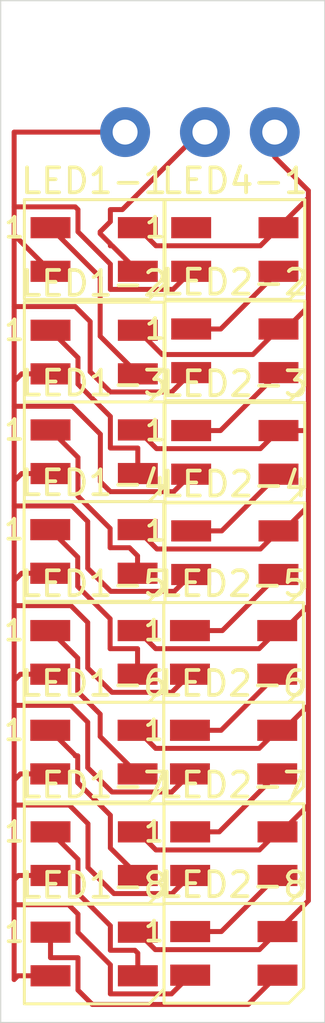
<source format=kicad_pcb>
(kicad_pcb (version 20241229) (generator "pcbnew") (generator_version "9.0")
  (title_block (title "HUI Mixer") (company "The-Wolf"))
  (layers (0 "F.Cu" signal) (2 "B.Cu" signal) (13 "F.Paste" user) (15 "B.Paste" user) (5 "F.SilkS" user "F.Silkscreen") (7 "B.SilkS" user "B.Silkscreen") (1 "F.Mask" user) (3 "B.Mask" user) (25 "Edge.Cuts" user))
  (net 0 "")
  (net 1 "+5V")
  (net 2 "GND")
  (net 4 "Net-(LED1-1-DIN)")
  (net 5 "Net-(LED1-1-DOUT)")
  (net 6 "Net-(LED1-2-DOUT)")
  (net 7 "Net-(LED1-3-DOUT)")
  (net 8 "Net-(LED1-4-DOUT)")
  (net 9 "Net-(LED1-5-DOUT)")
  (net 10 "Net-(LED1-6-DOUT)")
  (net 11 "Net-(LED1-7-DOUT)")
  (net 12 "Net-(LED1-8-DOUT)")
  (net 13 "Net-(LED2-2-DIN)")
  (net 14 "Net-(LED2-2-DOUT)")
  (net 15 "Net-(LED2-3-DIN)")
  (net 16 "Net-(LED2-4-DIN)")
  (net 17 "Net-(LED2-5-DIN)")
  (net 18 "Net-(LED2-6-DIN)")
  (net 19 "Net-(LED2-7-DIN)")
  (footprint "LED_SMD:LED_SK6812MINI_PLCC4_3.5x3.5mm_P1.75mm" (layer "F.Cu") (at 204.514 131.564)
    (property "Reference" "LED1-5" (at 0 -2.75 0) (layer "F.SilkS"))
    (property "Value" "SK6812MINI" (hide yes))
    (fp_line (start -2.8 -2) (end -2.8 2) (stroke (width 0.12)) (layer "F.SilkS"))
    (fp_line (start -2.8 -2) (end 2.8 -2) (stroke (width 0.12)) (layer "F.SilkS"))
    (fp_line (start -2.8 2) (end 2.2 2) (stroke (width 0.12)) (layer "F.SilkS"))
    (fp_line (start 2.8 1.4) (end 2.2 2) (stroke (width 0.12)) (layer "F.SilkS"))
    (fp_line (start 2.8 1.4) (end 2.8 -2) (stroke (width 0.12)) (layer "F.SilkS"))
    (fp_text user "1" (at -3.2 -0.875 0) (layer "F.SilkS") (effects (font (size 0.8 0.8))))
    (pad "1" smd rect (at -1.75 -0.875) (size 1.6 0.85) (layers "F.Cu" "F.Mask" "F.Paste") (net 9 "Net-(LED1-5-DOUT)"))
    (pad "2" smd rect (at -1.75 0.875) (size 1.6 0.85) (layers "F.Cu" "F.Mask" "F.Paste") (net 2 "GND"))
    (pad "3" smd rect (at 1.75 0.875) (size 1.6 0.85) (layers "F.Cu" "F.Mask" "F.Paste") (net 8 "Net-(LED1-4-DOUT)"))
    (pad "4" smd rect (at 1.75 -0.875) (size 1.6 0.85) (layers "F.Cu" "F.Mask" "F.Paste") (net 1 "+5V"))
  )
  (footprint "LED_SMD:LED_SK6812MINI_PLCC4_3.5x3.5mm_P1.75mm" (layer "F.Cu") (at 210.124 139.639)
    (property "Reference" "LED2-7" (at 0 -2.75 0) (layer "F.SilkS"))
    (property "Value" "SK6812MINI" (hide yes))
    (fp_line (start -2.8 -2) (end -2.8 2) (stroke (width 0.12)) (layer "F.SilkS"))
    (fp_line (start -2.8 -2) (end 2.8 -2) (stroke (width 0.12)) (layer "F.SilkS"))
    (fp_line (start -2.8 2) (end 2.2 2) (stroke (width 0.12)) (layer "F.SilkS"))
    (fp_line (start 2.8 1.4) (end 2.2 2) (stroke (width 0.12)) (layer "F.SilkS"))
    (fp_line (start 2.8 1.4) (end 2.8 -2) (stroke (width 0.12)) (layer "F.SilkS"))
    (fp_text user "1" (at -3.2 -0.875 0) (layer "F.SilkS") (effects (font (size 0.8 0.8))))
    (pad "1" smd rect (at -1.75 -0.875) (size 1.6 0.85) (layers "F.Cu" "F.Mask" "F.Paste") (net 18 "Net-(LED2-6-DIN)"))
    (pad "2" smd rect (at -1.75 0.875) (size 1.6 0.85) (layers "F.Cu" "F.Mask" "F.Paste") (net 2 "GND"))
    (pad "3" smd rect (at 1.75 0.875) (size 1.6 0.85) (layers "F.Cu" "F.Mask" "F.Paste") (net 19 "Net-(LED2-7-DIN)"))
    (pad "4" smd rect (at 1.75 -0.875) (size 1.6 0.85) (layers "F.Cu" "F.Mask" "F.Paste") (net 1 "+5V"))
  )
  (footprint "LED_SMD:LED_SK6812MINI_PLCC4_3.5x3.5mm_P1.75mm" (layer "F.Cu") (at 204.524 123.514)
    (property "Reference" "LED1-3" (at 0 -2.75 0) (layer "F.SilkS"))
    (property "Value" "SK6812MINI" (hide yes))
    (fp_line (start -2.8 -2) (end -2.8 2) (stroke (width 0.12)) (layer "F.SilkS"))
    (fp_line (start -2.8 -2) (end 2.8 -2) (stroke (width 0.12)) (layer "F.SilkS"))
    (fp_line (start -2.8 2) (end 2.2 2) (stroke (width 0.12)) (layer "F.SilkS"))
    (fp_line (start 2.8 1.4) (end 2.2 2) (stroke (width 0.12)) (layer "F.SilkS"))
    (fp_line (start 2.8 1.4) (end 2.8 -2) (stroke (width 0.12)) (layer "F.SilkS"))
    (fp_text user "1" (at -3.2 -0.875 0) (layer "F.SilkS") (effects (font (size 0.8 0.8))))
    (pad "1" smd rect (at -1.75 -0.875) (size 1.6 0.85) (layers "F.Cu" "F.Mask" "F.Paste") (net 7 "Net-(LED1-3-DOUT)"))
    (pad "2" smd rect (at -1.75 0.875) (size 1.6 0.85) (layers "F.Cu" "F.Mask" "F.Paste") (net 2 "GND"))
    (pad "3" smd rect (at 1.75 0.875) (size 1.6 0.85) (layers "F.Cu" "F.Mask" "F.Paste") (net 6 "Net-(LED1-2-DOUT)"))
    (pad "4" smd rect (at 1.75 -0.875) (size 1.6 0.85) (layers "F.Cu" "F.Mask" "F.Paste") (net 1 "+5V"))
  )
  (footprint "LED_SMD:LED_SK6812MINI_PLCC4_3.5x3.5mm_P1.75mm" (layer "F.Cu") (at 204.524 143.664)
    (property "Reference" "LED1-8" (at 0 -2.75 0) (layer "F.SilkS"))
    (property "Value" "SK6812MINI" (hide yes))
    (fp_line (start -2.8 -2) (end -2.8 2) (stroke (width 0.12)) (layer "F.SilkS"))
    (fp_line (start -2.8 -2) (end 2.8 -2) (stroke (width 0.12)) (layer "F.SilkS"))
    (fp_line (start -2.8 2) (end 2.2 2) (stroke (width 0.12)) (layer "F.SilkS"))
    (fp_line (start 2.8 1.4) (end 2.2 2) (stroke (width 0.12)) (layer "F.SilkS"))
    (fp_line (start 2.8 1.4) (end 2.8 -2) (stroke (width 0.12)) (layer "F.SilkS"))
    (fp_text user "1" (at -3.2 -0.875 0) (layer "F.SilkS") (effects (font (size 0.8 0.8))))
    (pad "1" smd rect (at -1.75 -0.875) (size 1.6 0.85) (layers "F.Cu" "F.Mask" "F.Paste") (net 12 "Net-(LED1-8-DOUT)"))
    (pad "2" smd rect (at -1.75 0.875) (size 1.6 0.85) (layers "F.Cu" "F.Mask" "F.Paste") (net 2 "GND"))
    (pad "3" smd rect (at 1.75 0.875) (size 1.6 0.85) (layers "F.Cu" "F.Mask" "F.Paste") (net 11 "Net-(LED1-7-DOUT)"))
    (pad "4" smd rect (at 1.75 -0.875) (size 1.6 0.85) (layers "F.Cu" "F.Mask" "F.Paste") (net 1 "+5V"))
  )
  (footprint "LED_SMD:LED_SK6812MINI_PLCC4_3.5x3.5mm_P1.75mm" (layer "F.Cu") (at 210.164 127.564)
    (property "Reference" "LED2-4" (at 0 -2.75 0) (layer "F.SilkS"))
    (property "Value" "SK6812MINI" (hide yes))
    (fp_line (start -2.8 -2) (end -2.8 2) (stroke (width 0.12)) (layer "F.SilkS"))
    (fp_line (start -2.8 -2) (end 2.8 -2) (stroke (width 0.12)) (layer "F.SilkS"))
    (fp_line (start -2.8 2) (end 2.2 2) (stroke (width 0.12)) (layer "F.SilkS"))
    (fp_line (start 2.8 1.4) (end 2.2 2) (stroke (width 0.12)) (layer "F.SilkS"))
    (fp_line (start 2.8 1.4) (end 2.8 -2) (stroke (width 0.12)) (layer "F.SilkS"))
    (fp_text user "1" (at -3.2 -0.875 0) (layer "F.SilkS") (effects (font (size 0.8 0.8))))
    (pad "1" smd rect (at -1.75 -0.875) (size 1.6 0.85) (layers "F.Cu" "F.Mask" "F.Paste") (net 15 "Net-(LED2-3-DIN)"))
    (pad "2" smd rect (at -1.75 0.875) (size 1.6 0.85) (layers "F.Cu" "F.Mask" "F.Paste") (net 2 "GND"))
    (pad "3" smd rect (at 1.75 0.875) (size 1.6 0.85) (layers "F.Cu" "F.Mask" "F.Paste") (net 16 "Net-(LED2-4-DIN)"))
    (pad "4" smd rect (at 1.75 -0.875) (size 1.6 0.85) (layers "F.Cu" "F.Mask" "F.Paste") (net 1 "+5V"))
  )
  (footprint "LED_SMD:LED_SK6812MINI_PLCC4_3.5x3.5mm_P1.75mm" (layer "F.Cu") (at 204.524 139.639)
    (property "Reference" "LED1-7" (at 0 -2.75 0) (layer "F.SilkS"))
    (property "Value" "SK6812MINI" (hide yes))
    (fp_line (start -2.8 -2) (end -2.8 2) (stroke (width 0.12)) (layer "F.SilkS"))
    (fp_line (start -2.8 -2) (end 2.8 -2) (stroke (width 0.12)) (layer "F.SilkS"))
    (fp_line (start -2.8 2) (end 2.2 2) (stroke (width 0.12)) (layer "F.SilkS"))
    (fp_line (start 2.8 1.4) (end 2.2 2) (stroke (width 0.12)) (layer "F.SilkS"))
    (fp_line (start 2.8 1.4) (end 2.8 -2) (stroke (width 0.12)) (layer "F.SilkS"))
    (fp_text user "1" (at -3.2 -0.875 0) (layer "F.SilkS") (effects (font (size 0.8 0.8))))
    (pad "1" smd rect (at -1.75 -0.875) (size 1.6 0.85) (layers "F.Cu" "F.Mask" "F.Paste") (net 11 "Net-(LED1-7-DOUT)"))
    (pad "2" smd rect (at -1.75 0.875) (size 1.6 0.85) (layers "F.Cu" "F.Mask" "F.Paste") (net 2 "GND"))
    (pad "3" smd rect (at 1.75 0.875) (size 1.6 0.85) (layers "F.Cu" "F.Mask" "F.Paste") (net 10 "Net-(LED1-6-DOUT)"))
    (pad "4" smd rect (at 1.75 -0.875) (size 1.6 0.85) (layers "F.Cu" "F.Mask" "F.Paste") (net 1 "+5V"))
  )
  (footprint "LED_SMD:LED_SK6812MINI_PLCC4_3.5x3.5mm_P1.75mm" (layer "F.Cu") (at 204.524 115.399)
    (property "Reference" "LED1-1" (at 0 -2.75 0) (layer "F.SilkS"))
    (property "Value" "SK6812MINI" (hide yes))
    (fp_line (start -2.8 -2) (end -2.8 2) (stroke (width 0.12)) (layer "F.SilkS"))
    (fp_line (start -2.8 -2) (end 2.8 -2) (stroke (width 0.12)) (layer "F.SilkS"))
    (fp_line (start -2.8 2) (end 2.2 2) (stroke (width 0.12)) (layer "F.SilkS"))
    (fp_line (start 2.8 1.4) (end 2.2 2) (stroke (width 0.12)) (layer "F.SilkS"))
    (fp_line (start 2.8 1.4) (end 2.8 -2) (stroke (width 0.12)) (layer "F.SilkS"))
    (fp_text user "1" (at -3.2 -0.875 0) (layer "F.SilkS") (effects (font (size 0.8 0.8))))
    (pad "1" smd rect (at -1.75 -0.875) (size 1.6 0.85) (layers "F.Cu" "F.Mask" "F.Paste") (net 5 "Net-(LED1-1-DOUT)"))
    (pad "2" smd rect (at -1.75 0.875) (size 1.6 0.85) (layers "F.Cu" "F.Mask" "F.Paste") (net 2 "GND"))
    (pad "3" smd rect (at 1.75 0.875) (size 1.6 0.85) (layers "F.Cu" "F.Mask" "F.Paste") (net 4 "Net-(LED1-1-DIN)"))
    (pad "4" smd rect (at 1.75 -0.875) (size 1.6 0.85) (layers "F.Cu" "F.Mask" "F.Paste") (net 1 "+5V"))
  )
  (footprint "LED_SMD:LED_SK6812MINI_PLCC4_3.5x3.5mm_P1.75mm" (layer "F.Cu") (at 210.164 123.539)
    (property "Reference" "LED2-3" (at 0 -2.75 0) (layer "F.SilkS"))
    (property "Value" "SK6812MINI" (hide yes))
    (fp_line (start -2.8 -2) (end -2.8 2) (stroke (width 0.12)) (layer "F.SilkS"))
    (fp_line (start -2.8 -2) (end 2.8 -2) (stroke (width 0.12)) (layer "F.SilkS"))
    (fp_line (start -2.8 2) (end 2.2 2) (stroke (width 0.12)) (layer "F.SilkS"))
    (fp_line (start 2.8 1.4) (end 2.2 2) (stroke (width 0.12)) (layer "F.SilkS"))
    (fp_line (start 2.8 1.4) (end 2.8 -2) (stroke (width 0.12)) (layer "F.SilkS"))
    (fp_text user "1" (at -3.2 -0.875 0) (layer "F.SilkS") (effects (font (size 0.8 0.8))))
    (pad "1" smd rect (at -1.75 -0.875) (size 1.6 0.85) (layers "F.Cu" "F.Mask" "F.Paste") (net 13 "Net-(LED2-2-DIN)"))
    (pad "2" smd rect (at -1.75 0.875) (size 1.6 0.85) (layers "F.Cu" "F.Mask" "F.Paste") (net 2 "GND"))
    (pad "3" smd rect (at 1.75 0.875) (size 1.6 0.85) (layers "F.Cu" "F.Mask" "F.Paste") (net 15 "Net-(LED2-3-DIN)"))
    (pad "4" smd rect (at 1.75 -0.875) (size 1.6 0.85) (layers "F.Cu" "F.Mask" "F.Paste") (net 1 "+5V"))
  )
  (footprint "LED_SMD:LED_SK6812MINI_PLCC4_3.5x3.5mm_P1.75mm" (layer "F.Cu") (at 210.124 143.639)
    (property "Reference" "LED2-8" (at 0 -2.75 0) (layer "F.SilkS"))
    (property "Value" "SK6812MINI" (hide yes))
    (fp_line (start -2.8 -2) (end -2.8 2) (stroke (width 0.12)) (layer "F.SilkS"))
    (fp_line (start -2.8 -2) (end 2.8 -2) (stroke (width 0.12)) (layer "F.SilkS"))
    (fp_line (start -2.8 2) (end 2.2 2) (stroke (width 0.12)) (layer "F.SilkS"))
    (fp_line (start 2.8 1.4) (end 2.2 2) (stroke (width 0.12)) (layer "F.SilkS"))
    (fp_line (start 2.8 1.4) (end 2.8 -2) (stroke (width 0.12)) (layer "F.SilkS"))
    (fp_text user "1" (at -3.2 -0.875 0) (layer "F.SilkS") (effects (font (size 0.8 0.8))))
    (pad "1" smd rect (at -1.75 -0.875) (size 1.6 0.85) (layers "F.Cu" "F.Mask" "F.Paste") (net 19 "Net-(LED2-7-DIN)"))
    (pad "2" smd rect (at -1.75 0.875) (size 1.6 0.85) (layers "F.Cu" "F.Mask" "F.Paste") (net 2 "GND"))
    (pad "3" smd rect (at 1.75 0.875) (size 1.6 0.85) (layers "F.Cu" "F.Mask" "F.Paste") (net 12 "Net-(LED1-8-DOUT)"))
    (pad "4" smd rect (at 1.75 -0.875) (size 1.6 0.85) (layers "F.Cu" "F.Mask" "F.Paste") (net 1 "+5V"))
  )
  (footprint "LED_SMD:LED_SK6812MINI_PLCC4_3.5x3.5mm_P1.75mm" (layer "F.Cu") (at 204.524 119.514)
    (property "Reference" "LED1-2" (at 0 -2.75 0) (layer "F.SilkS"))
    (property "Value" "SK6812MINI" (hide yes))
    (fp_line (start -2.8 -2) (end -2.8 2) (stroke (width 0.12)) (layer "F.SilkS"))
    (fp_line (start -2.8 -2) (end 2.8 -2) (stroke (width 0.12)) (layer "F.SilkS"))
    (fp_line (start -2.8 2) (end 2.2 2) (stroke (width 0.12)) (layer "F.SilkS"))
    (fp_line (start 2.8 1.4) (end 2.2 2) (stroke (width 0.12)) (layer "F.SilkS"))
    (fp_line (start 2.8 1.4) (end 2.8 -2) (stroke (width 0.12)) (layer "F.SilkS"))
    (fp_text user "1" (at -3.2 -0.875 0) (layer "F.SilkS") (effects (font (size 0.8 0.8))))
    (pad "1" smd rect (at -1.75 -0.875) (size 1.6 0.85) (layers "F.Cu" "F.Mask" "F.Paste") (net 6 "Net-(LED1-2-DOUT)"))
    (pad "2" smd rect (at -1.75 0.875) (size 1.6 0.85) (layers "F.Cu" "F.Mask" "F.Paste") (net 2 "GND"))
    (pad "3" smd rect (at 1.75 0.875) (size 1.6 0.85) (layers "F.Cu" "F.Mask" "F.Paste") (net 5 "Net-(LED1-1-DOUT)"))
    (pad "4" smd rect (at 1.75 -0.875) (size 1.6 0.85) (layers "F.Cu" "F.Mask" "F.Paste") (net 1 "+5V"))
  )
  (footprint "LED_SMD:LED_SK6812MINI_PLCC4_3.5x3.5mm_P1.75mm" (layer "F.Cu") (at 210.114 135.564)
    (property "Reference" "LED2-6" (at 0 -2.75 0) (layer "F.SilkS"))
    (property "Value" "SK6812MINI" (hide yes))
    (fp_line (start -2.8 -2) (end -2.8 2) (stroke (width 0.12)) (layer "F.SilkS"))
    (fp_line (start -2.8 -2) (end 2.8 -2) (stroke (width 0.12)) (layer "F.SilkS"))
    (fp_line (start -2.8 2) (end 2.2 2) (stroke (width 0.12)) (layer "F.SilkS"))
    (fp_line (start 2.8 1.4) (end 2.2 2) (stroke (width 0.12)) (layer "F.SilkS"))
    (fp_line (start 2.8 1.4) (end 2.8 -2) (stroke (width 0.12)) (layer "F.SilkS"))
    (fp_text user "1" (at -3.2 -0.875 0) (layer "F.SilkS") (effects (font (size 0.8 0.8))))
    (pad "1" smd rect (at -1.75 -0.875) (size 1.6 0.85) (layers "F.Cu" "F.Mask" "F.Paste") (net 17 "Net-(LED2-5-DIN)"))
    (pad "2" smd rect (at -1.75 0.875) (size 1.6 0.85) (layers "F.Cu" "F.Mask" "F.Paste") (net 2 "GND"))
    (pad "3" smd rect (at 1.75 0.875) (size 1.6 0.85) (layers "F.Cu" "F.Mask" "F.Paste") (net 18 "Net-(LED2-6-DIN)"))
    (pad "4" smd rect (at 1.75 -0.875) (size 1.6 0.85) (layers "F.Cu" "F.Mask" "F.Paste") (net 1 "+5V"))
  )
  (footprint "LED_SMD:LED_SK6812MINI_PLCC4_3.5x3.5mm_P1.75mm" (layer "F.Cu") (at 210.164 119.464)
    (property "Reference" "LED2-2" (at 0 -2.75 0) (layer "F.SilkS"))
    (property "Value" "SK6812MINI" (hide yes))
    (fp_line (start -2.8 -2) (end -2.8 2) (stroke (width 0.12)) (layer "F.SilkS"))
    (fp_line (start -2.8 -2) (end 2.8 -2) (stroke (width 0.12)) (layer "F.SilkS"))
    (fp_line (start -2.8 2) (end 2.2 2) (stroke (width 0.12)) (layer "F.SilkS"))
    (fp_line (start 2.8 1.4) (end 2.2 2) (stroke (width 0.12)) (layer "F.SilkS"))
    (fp_line (start 2.8 1.4) (end 2.8 -2) (stroke (width 0.12)) (layer "F.SilkS"))
    (fp_text user "1" (at -3.2 -0.875 0) (layer "F.SilkS") (effects (font (size 0.8 0.8))))
    (pad "1" smd rect (at -1.75 -0.875) (size 1.6 0.85) (layers "F.Cu" "F.Mask" "F.Paste") (net 14 "Net-(LED2-2-DOUT)"))
    (pad "2" smd rect (at -1.75 0.875) (size 1.6 0.85) (layers "F.Cu" "F.Mask" "F.Paste") (net 2 "GND"))
    (pad "3" smd rect (at 1.75 0.875) (size 1.6 0.85) (layers "F.Cu" "F.Mask" "F.Paste") (net 13 "Net-(LED2-2-DIN)"))
    (pad "4" smd rect (at 1.75 -0.875) (size 1.6 0.85) (layers "F.Cu" "F.Mask" "F.Paste") (net 1 "+5V"))
  )
  (footprint "LED_SMD:LED_SK6812MINI_PLCC4_3.5x3.5mm_P1.75mm" (layer "F.Cu") (at 204.514 127.514)
    (property "Reference" "LED1-4" (at 0 -2.75 0) (layer "F.SilkS"))
    (property "Value" "SK6812MINI" (hide yes))
    (fp_line (start -2.8 -2) (end -2.8 2) (stroke (width 0.12)) (layer "F.SilkS"))
    (fp_line (start -2.8 -2) (end 2.8 -2) (stroke (width 0.12)) (layer "F.SilkS"))
    (fp_line (start -2.8 2) (end 2.2 2) (stroke (width 0.12)) (layer "F.SilkS"))
    (fp_line (start 2.8 1.4) (end 2.2 2) (stroke (width 0.12)) (layer "F.SilkS"))
    (fp_line (start 2.8 1.4) (end 2.8 -2) (stroke (width 0.12)) (layer "F.SilkS"))
    (fp_text user "1" (at -3.2 -0.875 0) (layer "F.SilkS") (effects (font (size 0.8 0.8))))
    (pad "1" smd rect (at -1.75 -0.875) (size 1.6 0.85) (layers "F.Cu" "F.Mask" "F.Paste") (net 8 "Net-(LED1-4-DOUT)"))
    (pad "2" smd rect (at -1.75 0.875) (size 1.6 0.85) (layers "F.Cu" "F.Mask" "F.Paste") (net 2 "GND"))
    (pad "3" smd rect (at 1.75 0.875) (size 1.6 0.85) (layers "F.Cu" "F.Mask" "F.Paste") (net 7 "Net-(LED1-3-DOUT)"))
    (pad "4" smd rect (at 1.75 -0.875) (size 1.6 0.85) (layers "F.Cu" "F.Mask" "F.Paste") (net 1 "+5V"))
  )
  (footprint "LED_SMD:LED_SK6812MINI_PLCC4_3.5x3.5mm_P1.75mm" (layer "F.Cu") (at 210.114 131.564)
    (property "Reference" "LED2-5" (at 0 -2.75 0) (layer "F.SilkS"))
    (property "Value" "SK6812MINI" (hide yes))
    (fp_line (start -2.8 -2) (end -2.8 2) (stroke (width 0.12)) (layer "F.SilkS"))
    (fp_line (start -2.8 -2) (end 2.8 -2) (stroke (width 0.12)) (layer "F.SilkS"))
    (fp_line (start -2.8 2) (end 2.2 2) (stroke (width 0.12)) (layer "F.SilkS"))
    (fp_line (start 2.8 1.4) (end 2.2 2) (stroke (width 0.12)) (layer "F.SilkS"))
    (fp_line (start 2.8 1.4) (end 2.8 -2) (stroke (width 0.12)) (layer "F.SilkS"))
    (fp_text user "1" (at -3.2 -0.875 0) (layer "F.SilkS") (effects (font (size 0.8 0.8))))
    (pad "1" smd rect (at -1.75 -0.875) (size 1.6 0.85) (layers "F.Cu" "F.Mask" "F.Paste") (net 16 "Net-(LED2-4-DIN)"))
    (pad "2" smd rect (at -1.75 0.875) (size 1.6 0.85) (layers "F.Cu" "F.Mask" "F.Paste") (net 2 "GND"))
    (pad "3" smd rect (at 1.75 0.875) (size 1.6 0.85) (layers "F.Cu" "F.Mask" "F.Paste") (net 17 "Net-(LED2-5-DIN)"))
    (pad "4" smd rect (at 1.75 -0.875) (size 1.6 0.85) (layers "F.Cu" "F.Mask" "F.Paste") (net 1 "+5V"))
  )
  (footprint "LED_SMD:LED_SK6812MINI_PLCC4_3.5x3.5mm_P1.75mm" (layer "F.Cu") (at 204.514 135.564)
    (property "Reference" "LED1-6" (at 0 -2.75 0) (layer "F.SilkS"))
    (property "Value" "SK6812MINI" (hide yes))
    (fp_line (start -2.8 -2) (end -2.8 2) (stroke (width 0.12)) (layer "F.SilkS"))
    (fp_line (start -2.8 -2) (end 2.8 -2) (stroke (width 0.12)) (layer "F.SilkS"))
    (fp_line (start -2.8 2) (end 2.2 2) (stroke (width 0.12)) (layer "F.SilkS"))
    (fp_line (start 2.8 1.4) (end 2.2 2) (stroke (width 0.12)) (layer "F.SilkS"))
    (fp_line (start 2.8 1.4) (end 2.8 -2) (stroke (width 0.12)) (layer "F.SilkS"))
    (fp_text user "1" (at -3.2 -0.875 0) (layer "F.SilkS") (effects (font (size 0.8 0.8))))
    (pad "1" smd rect (at -1.75 -0.875) (size 1.6 0.85) (layers "F.Cu" "F.Mask" "F.Paste") (net 10 "Net-(LED1-6-DOUT)"))
    (pad "2" smd rect (at -1.75 0.875) (size 1.6 0.85) (layers "F.Cu" "F.Mask" "F.Paste") (net 2 "GND"))
    (pad "3" smd rect (at 1.75 0.875) (size 1.6 0.85) (layers "F.Cu" "F.Mask" "F.Paste") (net 9 "Net-(LED1-5-DOUT)"))
    (pad "4" smd rect (at 1.75 -0.875) (size 1.6 0.85) (layers "F.Cu" "F.Mask" "F.Paste") (net 1 "+5V"))
  )
  (footprint "LED_SMD:LED_SK6812MINI_PLCC4_3.5x3.5mm_P1.75mm" (layer "F.Cu") (at 210.164 115.399)
    (property "Reference" "LED4-1" (at 0 -2.75 0) (layer "F.SilkS"))
    (property "Value" "SK6812MINI" (hide yes))
    (fp_line (start -2.8 -2) (end -2.8 2) (stroke (width 0.12)) (layer "F.SilkS"))
    (fp_line (start -2.8 -2) (end 2.8 -2) (stroke (width 0.12)) (layer "F.SilkS"))
    (fp_line (start -2.8 2) (end 2.2 2) (stroke (width 0.12)) (layer "F.SilkS"))
    (fp_line (start 2.8 1.4) (end 2.2 2) (stroke (width 0.12)) (layer "F.SilkS"))
    (fp_line (start 2.8 1.4) (end 2.8 -2) (stroke (width 0.12)) (layer "F.SilkS"))
    (fp_text user "1" (at -3.2 -0.875 0) (layer "F.SilkS") (effects (font (size 0.8 0.8))))
    (pad "1" smd rect (at -1.75 -0.875) (size 1.6 0.85) (layers "F.Cu" "F.Mask" "F.Paste"))
    (pad "2" smd rect (at -1.75 0.875) (size 1.6 0.85) (layers "F.Cu" "F.Mask" "F.Paste") (net 2 "GND"))
    (pad "3" smd rect (at 1.75 0.875) (size 1.6 0.85) (layers "F.Cu" "F.Mask" "F.Paste") (net 14 "Net-(LED2-2-DOUT)"))
    (pad "4" smd rect (at 1.75 -0.875) (size 1.6 0.85) (layers "F.Cu" "F.Mask" "F.Paste") (net 1 "+5V"))
  )
  (gr_rect (start 200.7735 105.414) (end 213.7735 146.414) (stroke (width 0.05)) (fill no) (layer "Edge.Cuts"))
  (segment (start 207 115.25) (end 211.188 115.25) (width 0.2) (layer "F.Cu") (net 1))
  (segment (start 211.188 127.415) (end 211.914 126.689) (width 0.2) (layer "F.Cu") (net 1))
  (segment (start 206.99 131.415) (end 211.138 131.415) (width 0.2) (layer "F.Cu") (net 1))
  (segment (start 207 139.49) (end 211.148 139.49) (width 0.2) (layer "F.Cu") (net 1))
  (segment (start 213.113 129.689) (end 213.113 133.689) (width 0.2) (layer "F.Cu") (net 1))
  (segment (start 212.113 134.689) (end 213.113 133.689) (width 0.2) (layer "F.Cu") (net 1))
  (segment (start 211.874 138.764) (end 212.038 138.764) (width 0.2) (layer "F.Cu") (net 1))
  (segment (start 206.274 142.789) (end 206.975 143.49) (width 0.2) (layer "F.Cu") (net 1))
  (segment (start 211.864 134.689) (end 212.113 134.689) (width 0.2) (layer "F.Cu") (net 1))
  (segment (start 211.914 118.589) (end 212.213 118.589) (width 0.2) (layer "F.Cu") (net 1))
  (segment (start 211.764 110.689) (end 211.764 111.689) (width 0.2) (layer "F.Cu") (net 1))
  (segment (start 213.088 122.664) (end 213.113 122.689) (width 0.2) (layer "F.Cu") (net 1))
  (segment (start 211.148 143.49) (end 211.874 142.764) (width 0.2) (layer "F.Cu") (net 1))
  (segment (start 211.148 139.49) (end 211.874 138.764) (width 0.2) (layer "F.Cu") (net 1))
  (segment (start 206.274 118.639) (end 207.248 119.613) (width 0.2) (layer "F.Cu") (net 1))
  (segment (start 206.99 135.415) (end 211.138 135.415) (width 0.2) (layer "F.Cu") (net 1))
  (segment (start 211.864 130.689) (end 212.113 130.689) (width 0.2) (layer "F.Cu") (net 1))
  (segment (start 213.113 129.689) (end 213.113 125.689) (width 0.2) (layer "F.Cu") (net 1))
  (segment (start 212.038 138.764) (end 213.113 137.689) (width 0.2) (layer "F.Cu") (net 1))
  (segment (start 206.274 114.524) (end 207 115.25) (width 0.2) (layer "F.Cu") (net 1))
  (segment (start 207.248 119.613) (end 210.89 119.613) (width 0.2) (layer "F.Cu") (net 1))
  (segment (start 211.138 135.415) (end 211.864 134.689) (width 0.2) (layer "F.Cu") (net 1))
  (segment (start 213.113 113.038) (end 213.113 113.325) (width 0.2) (layer "F.Cu") (net 1))
  (segment (start 211.914 126.689) (end 212.113 126.689) (width 0.2) (layer "F.Cu") (net 1))
  (segment (start 211.138 131.415) (end 211.864 130.689) (width 0.2) (layer "F.Cu") (net 1))
  (segment (start 211.914 122.664) (end 213.088 122.664) (width 0.2) (layer "F.Cu") (net 1))
  (segment (start 213.113 117.689) (end 213.113 122.689) (width 0.2) (layer "F.Cu") (net 1))
  (segment (start 213.113 113.325) (end 213.113 117.689) (width 0.2) (layer "F.Cu") (net 1))
  (segment (start 213.113 122.689) (end 213.113 125.689) (width 0.2) (layer "F.Cu") (net 1))
  (segment (start 211.188 123.39) (end 211.914 122.664) (width 0.2) (layer "F.Cu") (net 1))
  (segment (start 206.264 134.689) (end 206.99 135.415) (width 0.2) (layer "F.Cu") (net 1))
  (segment (start 212.113 126.689) (end 213.113 125.689) (width 0.2) (layer "F.Cu") (net 1))
  (segment (start 213.113 133.689) (end 213.113 137.689) (width 0.2) (layer "F.Cu") (net 1))
  (segment (start 212.213 118.589) (end 213.113 117.689) (width 0.2) (layer "F.Cu") (net 1))
  (segment (start 207.025 123.39) (end 211.188 123.39) (width 0.2) (layer "F.Cu") (net 1))
  (segment (start 206.264 126.639) (end 207.04 127.415) (width 0.2) (layer "F.Cu") (net 1))
  (segment (start 207.04 127.415) (end 211.188 127.415) (width 0.2) (layer "F.Cu") (net 1))
  (segment (start 206.264 130.689) (end 206.99 131.415) (width 0.2) (layer "F.Cu") (net 1))
  (segment (start 211.764 111.689) (end 213.113 113.038) (width 0.2) (layer "F.Cu") (net 1))
  (segment (start 212.113 130.689) (end 213.113 129.689) (width 0.2) (layer "F.Cu") (net 1))
  (segment (start 206.975 143.49) (end 211.148 143.49) (width 0.2) (layer "F.Cu") (net 1))
  (segment (start 211.188 115.25) (end 211.914 114.524) (width 0.2) (layer "F.Cu") (net 1))
  (segment (start 206.274 122.639) (end 207.025 123.39) (width 0.2) (layer "F.Cu") (net 1))
  (segment (start 213.113 137.689) (end 213.113 141.525) (width 0.2) (layer "F.Cu") (net 1))
  (segment (start 213.113 141.525) (end 211.874 142.764) (width 0.2) (layer "F.Cu") (net 1))
  (segment (start 206.274 138.764) (end 207 139.49) (width 0.2) (layer "F.Cu") (net 1))
  (segment (start 210.89 119.613) (end 211.914 118.589) (width 0.2) (layer "F.Cu") (net 1))
  (segment (start 211.914 114.524) (end 213.113 113.325) (width 0.2) (layer "F.Cu") (net 1))
  (via (at 211.764 110.689) (size 2) (drill 1) (layers "F.Cu" "B.Cu") (net 1))
  (segment (start 204.276 138.439) (end 203.526 137.689) (width 0.2) (layer "F.Cu") (net 2))
  (segment (start 201.615 128.389) (end 201.315 128.689) (width 0.2) (layer "F.Cu") (net 2))
  (segment (start 204.266 130.364) (end 203.591 129.689) (width 0.2) (layer "F.Cu") (net 2))
  (segment (start 201.315 129.689) (end 201.315 132.689) (width 0.2) (layer "F.Cu") (net 2))
  (segment (start 202.764 136.439) (end 201.565 136.439) (width 0.2) (layer "F.Cu") (net 2))
  (segment (start 204.266 128.191) (end 204.266 126.314) (width 0.2) (layer "F.Cu") (net 2))
  (segment (start 208.414 128.439) (end 207.738 129.115) (width 0.2) (layer "F.Cu") (net 2))
  (segment (start 207.638 133.165) (end 205.24 133.165) (width 0.2) (layer "F.Cu") (net 2))
  (segment (start 201.315 110.689) (end 201.315 113.689) (width 0.2) (layer "F.Cu") (net 2))
  (segment (start 201.315 136.689) (end 201.315 137.689) (width 0.2) (layer "F.Cu") (net 2))
  (segment (start 201.315 117.689) (end 201.315 120.689) (width 0.2) (layer "F.Cu") (net 2))
  (segment (start 203.875 142.063) (end 203.501 141.689) (width 0.2) (layer "F.Cu") (net 2))
  (segment (start 202.774 120.389) (end 201.615 120.389) (width 0.2) (layer "F.Cu") (net 2))
  (segment (start 201.315 114.815) (end 201.315 117.689) (width 0.2) (layer "F.Cu") (net 2))
  (segment (start 202.764 132.439) (end 201.565 132.439) (width 0.2) (layer "F.Cu") (net 2))
  (segment (start 202.764 128.389) (end 201.615 128.389) (width 0.2) (layer "F.Cu") (net 2))
  (segment (start 207.738 129.115) (end 205.19 129.115) (width 0.2) (layer "F.Cu") (net 2))
  (segment (start 201.315 141.689) (end 201.315 144.689) (width 0.2) (layer "F.Cu") (net 2))
  (segment (start 204.266 136.191) (end 204.266 134.364) (width 0.2) (layer "F.Cu") (net 2))
  (segment (start 208.374 140.514) (end 207.648 141.24) (width 0.2) (layer "F.Cu") (net 2))
  (segment (start 204.772 124.714) (end 204.772 122.81) (width 0.2) (layer "F.Cu") (net 2))
  (segment (start 205.173 121.115) (end 204.363 120.305) (width 0.2) (layer "F.Cu") (net 2))
  (segment (start 208.414 120.339) (end 207.638 121.115) (width 0.2) (layer "F.Cu") (net 2))
  (segment (start 207.623 145.265) (end 205.173 145.265) (width 0.2) (layer "F.Cu") (net 2))
  (segment (start 203.875 114.689) (end 203.875 113.798) (width 0.2) (layer "F.Cu") (net 2))
  (segment (start 205.24 137.165) (end 204.266 136.191) (width 0.2) (layer "F.Cu") (net 2))
  (segment (start 203.764 117.689) (end 201.315 117.689) (width 0.2) (layer "F.Cu") (net 2))
  (segment (start 201.465 144.539) (end 202.774 144.539) (width 0.2) (layer "F.Cu") (net 2))
  (segment (start 201.565 136.439) (end 201.315 136.689) (width 0.2) (layer "F.Cu") (net 2))
  (segment (start 201.315 125.689) (end 201.315 128.689) (width 0.2) (layer "F.Cu") (net 2))
  (segment (start 208.414 124.414) (end 207.713 125.115) (width 0.2) (layer "F.Cu") (net 2))
  (segment (start 203.591 133.689) (end 201.315 133.689) (width 0.2) (layer "F.Cu") (net 2))
  (segment (start 201.315 113.689) (end 201.315 114.815) (width 0.2) (layer "F.Cu") (net 2))
  (segment (start 205.173 115.987) (end 203.875 114.689) (width 0.2) (layer "F.Cu") (net 2))
  (segment (start 201.49 140.514) (end 201.315 140.689) (width 0.2) (layer "F.Cu") (net 2))
  (segment (start 204.266 132.191) (end 204.266 130.364) (width 0.2) (layer "F.Cu") (net 2))
  (segment (start 201.615 120.389) (end 201.315 120.689) (width 0.2) (layer "F.Cu") (net 2))
  (segment (start 201.615 124.389) (end 201.315 124.689) (width 0.2) (layer "F.Cu") (net 2))
  (segment (start 201.315 140.689) (end 201.315 141.689) (width 0.2) (layer "F.Cu") (net 2))
  (segment (start 203.526 137.689) (end 201.315 137.689) (width 0.2) (layer "F.Cu") (net 2))
  (segment (start 207.713 125.115) (end 205.173 125.115) (width 0.2) (layer "F.Cu") (net 2))
  (segment (start 204.363 118.288) (end 203.764 117.689) (width 0.2) (layer "F.Cu") (net 2))
  (segment (start 205.173 117) (end 205.173 115.987) (width 0.2) (layer "F.Cu") (net 2))
  (segment (start 203.875 142.8) (end 203.875 142.063) (width 0.2) (layer "F.Cu") (net 2))
  (segment (start 205.764 110.689) (end 201.315 110.689) (width 0.2) (layer "F.Cu") (net 2))
  (segment (start 201.315 121.689) (end 201.315 124.689) (width 0.2) (layer "F.Cu") (net 2))
  (segment (start 208.414 116.274) (end 207.688 117) (width 0.2) (layer "F.Cu") (net 2))
  (segment (start 203.591 129.689) (end 201.315 129.689) (width 0.2) (layer "F.Cu") (net 2))
  (segment (start 205.173 125.115) (end 204.772 124.714) (width 0.2) (layer "F.Cu") (net 2))
  (segment (start 208.364 132.439) (end 207.638 133.165) (width 0.2) (layer "F.Cu") (net 2))
  (segment (start 202.774 124.389) (end 201.615 124.389) (width 0.2) (layer "F.Cu") (net 2))
  (segment (start 205.173 145.265) (end 205.173 144.098) (width 0.2) (layer "F.Cu") (net 2))
  (segment (start 207.688 117) (end 205.173 117) (width 0.2) (layer "F.Cu") (net 2))
  (segment (start 207.638 137.165) (end 205.24 137.165) (width 0.2) (layer "F.Cu") (net 2))
  (segment (start 207.648 141.24) (end 205.315 141.24) (width 0.2) (layer "F.Cu") (net 2))
  (segment (start 208.364 136.439) (end 207.638 137.165) (width 0.2) (layer "F.Cu") (net 2))
  (segment (start 203.875 113.798) (end 203.766 113.689) (width 0.2) (layer "F.Cu") (net 2))
  (segment (start 201.565 132.439) (end 201.315 132.689) (width 0.2) (layer "F.Cu") (net 2))
  (segment (start 204.363 120.305) (end 204.363 118.288) (width 0.2) (layer "F.Cu") (net 2))
  (segment (start 205.315 141.24) (end 204.276 140.201) (width 0.2) (layer "F.Cu") (net 2))
  (segment (start 207.638 121.115) (end 205.173 121.115) (width 0.2) (layer "F.Cu") (net 2))
  (segment (start 205.173 144.098) (end 203.875 142.8) (width 0.2) (layer "F.Cu") (net 2))
  (segment (start 201.315 128.689) (end 201.315 129.689) (width 0.2) (layer "F.Cu") (net 2))
  (segment (start 201.315 120.689) (end 201.315 121.689) (width 0.2) (layer "F.Cu") (net 2))
  (segment (start 208.374 144.514) (end 207.623 145.265) (width 0.2) (layer "F.Cu") (net 2))
  (segment (start 203.501 141.689) (end 201.315 141.689) (width 0.2) (layer "F.Cu") (net 2))
  (segment (start 202.774 116.274) (end 201.315 114.815) (width 0.2) (layer "F.Cu") (net 2))
  (segment (start 201.315 133.689) (end 201.315 136.689) (width 0.2) (layer "F.Cu") (net 2))
  (segment (start 204.772 122.81) (end 203.651 121.689) (width 0.2) (layer "F.Cu") (net 2))
  (segment (start 205.19 129.115) (end 204.266 128.191) (width 0.2) (layer "F.Cu") (net 2))
  (segment (start 205.24 133.165) (end 204.266 132.191) (width 0.2) (layer "F.Cu") (net 2))
  (segment (start 202.774 140.514) (end 201.49 140.514) (width 0.2) (layer "F.Cu") (net 2))
  (segment (start 201.315 132.689) (end 201.315 133.689) (width 0.2) (layer "F.Cu") (net 2))
  (segment (start 201.315 137.689) (end 201.315 140.689) (width 0.2) (layer "F.Cu") (net 2))
  (segment (start 201.315 144.689) (end 201.465 144.539) (width 0.2) (layer "F.Cu") (net 2))
  (segment (start 203.651 121.689) (end 201.315 121.689) (width 0.2) (layer "F.Cu") (net 2))
  (segment (start 204.266 126.314) (end 203.641 125.689) (width 0.2) (layer "F.Cu") (net 2))
  (segment (start 203.641 125.689) (end 201.315 125.689) (width 0.2) (layer "F.Cu") (net 2))
  (segment (start 204.266 134.364) (end 203.591 133.689) (width 0.2) (layer "F.Cu") (net 2))
  (segment (start 203.766 113.689) (end 201.315 113.689) (width 0.2) (layer "F.Cu") (net 2))
  (segment (start 201.315 124.689) (end 201.315 125.689) (width 0.2) (layer "F.Cu") (net 2))
  (segment (start 204.276 140.201) (end 204.276 138.439) (width 0.2) (layer "F.Cu") (net 2))
  (via (at 205.764 110.689) (size 2) (drill 1) (layers "F.Cu" "B.Cu") (net 2))
  (segment (start 208.964003 110.689) (end 208.764 110.689) (width 0.2) (layer "F.Cu") (net 4))
  (segment (start 205.655 113.798) (end 205.173 113.798) (width 0.2) (layer "F.Cu") (net 4))
  (segment (start 205.25 115.25) (end 206.274 116.274) (width 0.2) (layer "F.Cu") (net 4))
  (segment (start 208.764 110.689) (end 205.655 113.798) (width 0.2) (layer "F.Cu") (net 4))
  (segment (start 205.173 115.173) (end 205.173 115.25) (width 0.2) (layer "F.Cu") (net 4))
  (segment (start 204.764 114.764) (end 205.173 115.173) (width 0.2) (layer "F.Cu") (net 4))
  (segment (start 204.764 114.689) (end 204.764 114.764) (width 0.2) (layer "F.Cu") (net 4))
  (segment (start 205.173 115.25) (end 205.25 115.25) (width 0.2) (layer "F.Cu") (net 4))
  (segment (start 205.173 113.798) (end 205.173 114.28) (width 0.2) (layer "F.Cu") (net 4))
  (segment (start 205.173 114.28) (end 204.764 114.689) (width 0.2) (layer "F.Cu") (net 4))
  (via (at 208.964003 110.689) (size 2) (drill 1) (layers "F.Cu" "B.Cu") (net 4))
  (segment (start 204.764 116.514) (end 202.774 114.524) (width 0.2) (layer "F.Cu") (net 5))
  (segment (start 206.274 120.389) (end 204.764 118.879) (width 0.2) (layer "F.Cu") (net 5))
  (segment (start 204.764 118.879) (end 204.764 116.514) (width 0.2) (layer "F.Cu") (net 5))
  (segment (start 206.274 123.365) (end 205.173 123.365) (width 0.2) (layer "F.Cu") (net 6))
  (segment (start 203.875 120.8) (end 203.875 119.74) (width 0.2) (layer "F.Cu") (net 6))
  (segment (start 205.173 122.098) (end 203.875 120.8) (width 0.2) (layer "F.Cu") (net 6))
  (segment (start 206.274 124.389) (end 206.274 123.365) (width 0.2) (layer "F.Cu") (net 6))
  (segment (start 203.875 119.74) (end 202.774 118.639) (width 0.2) (layer "F.Cu") (net 6))
  (segment (start 205.173 123.365) (end 205.173 122.098) (width 0.2) (layer "F.Cu") (net 6))
  (segment (start 205.94 127.365) (end 205.163 127.365) (width 0.2) (layer "F.Cu") (net 7))
  (segment (start 205.163 126.588) (end 203.875 125.3) (width 0.2) (layer "F.Cu") (net 7))
  (segment (start 203.875 125.3) (end 203.875 123.74) (width 0.2) (layer "F.Cu") (net 7))
  (segment (start 206.264 127.689) (end 205.94 127.365) (width 0.2) (layer "F.Cu") (net 7))
  (segment (start 206.264 128.389) (end 206.264 127.689) (width 0.2) (layer "F.Cu") (net 7))
  (segment (start 205.163 127.365) (end 205.163 126.588) (width 0.2) (layer "F.Cu") (net 7))
  (segment (start 203.875 123.74) (end 202.774 122.639) (width 0.2) (layer "F.Cu") (net 7))
  (segment (start 206.264 131.415) (end 205.163 131.415) (width 0.2) (layer "F.Cu") (net 8))
  (segment (start 206.264 132.439) (end 206.264 131.415) (width 0.2) (layer "F.Cu") (net 8))
  (segment (start 203.865 128.915) (end 203.865 127.74) (width 0.2) (layer "F.Cu") (net 8))
  (segment (start 203.865 127.74) (end 202.764 126.639) (width 0.2) (layer "F.Cu") (net 8))
  (segment (start 205.163 130.213) (end 203.865 128.915) (width 0.2) (layer "F.Cu") (net 8))
  (segment (start 205.163 131.415) (end 205.163 130.213) (width 0.2) (layer "F.Cu") (net 8))
  (segment (start 206.264 136.439) (end 204.764 134.939) (width 0.2) (layer "F.Cu") (net 9))
  (segment (start 203.865 131.79) (end 202.764 130.689) (width 0.2) (layer "F.Cu") (net 9))
  (segment (start 204.764 134.939) (end 204.764 134.04) (width 0.2) (layer "F.Cu") (net 9))
  (segment (start 204.764 134.04) (end 203.865 133.141) (width 0.2) (layer "F.Cu") (net 9))
  (segment (start 203.865 133.141) (end 203.865 131.79) (width 0.2) (layer "F.Cu") (net 9))
  (segment (start 203.764 135.713) (end 203.764 135.689) (width 0.2) (layer "F.Cu") (net 10))
  (segment (start 203.865 136.79) (end 203.865 135.713) (width 0.2) (layer "F.Cu") (net 10))
  (segment (start 205.173 139.413) (end 205.173 138.098) (width 0.2) (layer "F.Cu") (net 10))
  (segment (start 203.865 135.713) (end 203.764 135.713) (width 0.2) (layer "F.Cu") (net 10))
  (segment (start 206.274 140.514) (end 205.173 139.413) (width 0.2) (layer "F.Cu") (net 10))
  (segment (start 205.173 138.098) (end 203.865 136.79) (width 0.2) (layer "F.Cu") (net 10))
  (segment (start 203.764 135.689) (end 202.764 134.689) (width 0.2) (layer "F.Cu") (net 10))
  (segment (start 203.875 139.865) (end 202.774 138.764) (width 0.2) (layer "F.Cu") (net 11))
  (segment (start 206.274 144.539) (end 206.274 143.630399) (width 0.2) (layer "F.Cu") (net 11))
  (segment (start 205.173 143.515) (end 205.173 142.529399) (width 0.2) (layer "F.Cu") (net 11))
  (segment (start 205.173 142.529399) (end 203.875 141.231399) (width 0.2) (layer "F.Cu") (net 11))
  (segment (start 203.875 141.231399) (end 203.875 139.865) (width 0.2) (layer "F.Cu") (net 11))
  (segment (start 206.274 143.630399) (end 206.158601 143.515) (width 0.2) (layer "F.Cu") (net 11))
  (segment (start 206.158601 143.515) (end 205.173 143.515) (width 0.2) (layer "F.Cu") (net 11))
  (segment (start 203.875 145.114409) (end 204.449591 145.689) (width 0.2) (layer "F.Cu") (net 12))
  (segment (start 202.774 142.789) (end 202.774 143.813) (width 0.2) (layer "F.Cu") (net 12))
  (segment (start 210.699 145.689) (end 211.874 144.514) (width 0.2) (layer "F.Cu") (net 12))
  (segment (start 202.774 143.813) (end 203.875 143.813) (width 0.2) (layer "F.Cu") (net 12))
  (segment (start 203.875 143.813) (end 203.875 145.114409) (width 0.2) (layer "F.Cu") (net 12))
  (segment (start 204.449591 145.689) (end 210.699 145.689) (width 0.2) (layer "F.Cu") (net 12))
  (segment (start 208.414 122.664) (end 209.589 122.664) (width 0.2) (layer "F.Cu") (net 13))
  (segment (start 209.589 122.664) (end 211.914 120.339) (width 0.2) (layer "F.Cu") (net 13))
  (segment (start 209.599 118.589) (end 211.914 116.274) (width 0.2) (layer "F.Cu") (net 14))
  (segment (start 208.414 118.589) (end 209.599 118.589) (width 0.2) (layer "F.Cu") (net 14))
  (segment (start 209.639 126.689) (end 211.914 124.414) (width 0.2) (layer "F.Cu") (net 15))
  (segment (start 208.414 126.689) (end 209.639 126.689) (width 0.2) (layer "F.Cu") (net 15))
  (segment (start 209.664 130.689) (end 211.914 128.439) (width 0.2) (layer "F.Cu") (net 16))
  (segment (start 208.364 130.689) (end 209.664 130.689) (width 0.2) (layer "F.Cu") (net 16))
  (segment (start 209.614 134.689) (end 211.864 132.439) (width 0.2) (layer "F.Cu") (net 17))
  (segment (start 208.364 134.689) (end 209.614 134.689) (width 0.2) (layer "F.Cu") (net 17))
  (segment (start 209.539 138.764) (end 211.864 136.439) (width 0.2) (layer "F.Cu") (net 18))
  (segment (start 208.374 138.764) (end 209.539 138.764) (width 0.2) (layer "F.Cu") (net 18))
  (segment (start 209.624 142.764) (end 211.874 140.514) (width 0.2) (layer "F.Cu") (net 19))
  (segment (start 208.374 142.764) (end 209.624 142.764) (width 0.2) (layer "F.Cu") (net 19))
)
</source>
